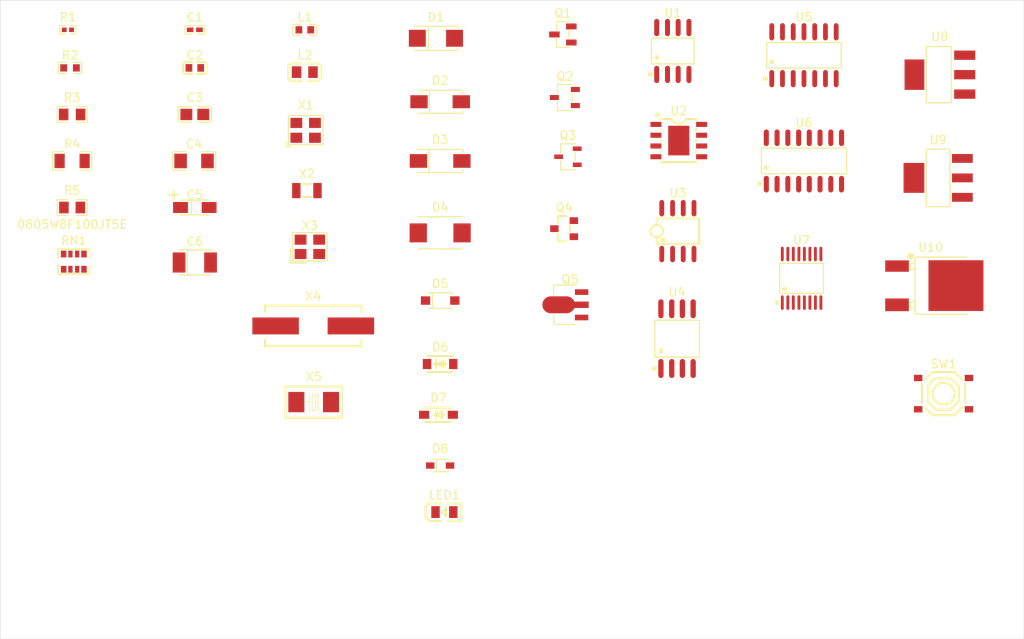
<source format=kicad_pcb>
(kicad_pcb (version 20241229) (generator "pcbnew") (generator_version "9.0")
  (layers (0 "F.Cu" signal) (2 "B.Cu" signal) (13 "F.Paste" user) (15 "B.Paste" user) (5 "F.SilkS" user "F.Silkscreen") (7 "B.SilkS" user "B.Silkscreen") (1 "F.Mask" user) (3 "B.Mask" user) (25 "Edge.Cuts" user))
  (net 0 "")
  (footprint "jlcbasic:FC-135R_L3.2-W1.5" (layer "F.Cu") (at 142.25 90.5)
    (property "Reference" "X2" (at 0 -2 0) (layer "F.SilkS"))
    (property "Value" "Q13FC1350000400")
    (pad "1" smd rect (at -1.25 0 90) (size 1.8 1) (layers "F.Cu" "F.Mask" "F.Paste"))
    (pad "2" smd rect (at 1.25 0 90) (size 1.8 1) (layers "F.Cu" "F.Mask" "F.Paste"))
  )
  (footprint "jlcbasic:C1206" (layer "F.Cu") (at 128.91 87)
    (property "Reference" "C4" (at 0 -2 0) (layer "F.SilkS"))
    (property "Value" "1206B102K202NT")
    (pad "1" smd rect (at -1.59 0) (size 1.49 1.73) (layers "F.Cu" "F.Mask" "F.Paste"))
    (pad "2" smd rect (at 1.59 0) (size 1.49 1.73) (layers "F.Cu" "F.Mask" "F.Paste"))
  )
  (footprint "jlcbasic:SMB_L4.6-W3.6-LS5.3-BI" (layer "F.Cu") (at 158 95.5)
    (property "Reference" "D4" (at 0 -3 0) (layer "F.SilkS"))
    (property "Value" "P6SMB6.8CA-C78395")
    (pad "1" smd rect (at -2.59 0) (size 2.05 2.24) (layers "F.Cu" "F.Mask" "F.Paste"))
    (pad "2" smd rect (at 2.59 0) (size 2.05 2.24) (layers "F.Cu" "F.Mask" "F.Paste"))
  )
  (footprint "jlcbasic:SOD-323_L1.8-W1.3-LS2.5-RD" (layer "F.Cu") (at 158 123)
    (property "Reference" "D8" (at 0 -2 0) (layer "F.SilkS"))
    (property "Value" "1N4148WS T4")
    (pad "1" smd rect (at -1.17 0) (size 1 0.75) (layers "F.Cu" "F.Mask" "F.Paste"))
    (pad "2" smd rect (at 1.17 0) (size 1 0.75) (layers "F.Cu" "F.Mask" "F.Paste"))
  )
  (footprint "jlcbasic:SMA_L4.3-W2.6-LS5.2-RD" (layer "F.Cu") (at 157.5 72.5)
    (property "Reference" "D1" (at 0 -2.5 0) (layer "F.SilkS"))
    (property "Value" "SS34_C8678")
    (pad "1" smd rect (at -2.2 0 180) (size 2 2) (layers "F.Cu" "F.Mask" "F.Paste"))
    (pad "2" smd rect (at 2.2 0 180) (size 2 2) (layers "F.Cu" "F.Mask" "F.Paste"))
  )
  (footprint "jlcbasic:CRYSTAL-SMD_L11.5-W4.8-LS12.7" (layer "F.Cu") (at 143 106.5)
    (property "Reference" "X4" (at 0 -3.5 0) (layer "F.SilkS"))
    (property "Value" "X49SM8MSD2SC")
    (pad "1" smd rect (at -4.45 0) (size 5.5 2) (layers "F.Cu" "F.Mask" "F.Paste"))
    (pad "2" smd rect (at 4.45 0) (size 5.5 2) (layers "F.Cu" "F.Mask" "F.Paste"))
  )
  (footprint "jlcbasic:L0603" (layer "F.Cu") (at 142 71.5)
    (property "Reference" "L1" (at 0 -1.5 0) (layer "F.SilkS"))
    (property "Value" "GZ1608D601TF")
    (pad "1" smd rect (at -0.7 0 180) (size 0.8 0.86) (layers "F.Cu" "F.Mask" "F.Paste"))
    (pad "2" smd rect (at 0.7 0 180) (size 0.8 0.86) (layers "F.Cu" "F.Mask" "F.Paste"))
  )
  (footprint "jlcbasic:C0805" (layer "F.Cu") (at 129 81.5)
    (property "Reference" "C3" (at 0 -2 0) (layer "F.SilkS"))
    (property "Value" "0805B333K500NT")
    (pad "1" smd rect (at -1 0) (size 1.41 1.35) (layers "F.Cu" "F.Mask" "F.Paste"))
    (pad "2" smd rect (at 1 0) (size 1.41 1.35) (layers "F.Cu" "F.Mask" "F.Paste"))
  )
  (footprint "jlcbasic:CRYSTAL-SMD_4P-L3.2-W2.5-BL" (layer "F.Cu") (at 142.6 97.15)
    (property "Reference" "X3" (at 0 -2.5 0) (layer "F.SilkS"))
    (property "Value" "X322512MSB4SI")
    (pad "1" smd rect (at -1.1 0.85) (size 1.4 1.2) (layers "F.Cu" "F.Mask" "F.Paste"))
    (pad "2" smd rect (at 1.1 0.85) (size 1.4 1.2) (layers "F.Cu" "F.Mask" "F.Paste"))
    (pad "3" smd rect (at 1.1 -0.85) (size 1.4 1.2) (layers "F.Cu" "F.Mask" "F.Paste"))
    (pad "4" smd rect (at -1.1 -0.85) (size 1.4 1.2) (layers "F.Cu" "F.Mask" "F.Paste"))
  )
  (footprint "jlcbasic:SOD-123F_L2.8-W1.8-LS3.7-RD" (layer "F.Cu") (at 158 111)
    (property "Reference" "D6" (at 0 -2 0) (layer "F.SilkS"))
    (property "Value" "SM4007PL")
    (pad "1" smd rect (at -1.55 0) (size 1 1.2) (layers "F.Cu" "F.Mask" "F.Paste"))
    (pad "2" smd rect (at 1.55 0) (size 1 1.2) (layers "F.Cu" "F.Mask" "F.Paste"))
  )
  (footprint "jlcbasic:SOIC-8_L5.3-W5.3-P1.27-LS8.0-BL" (layer "F.Cu") (at 186 108)
    (property "Reference" "U4" (at 0 -5.5 0) (layer "F.SilkS"))
    (property "Value" "W25Q128JVSIQTR")
    (pad "1" smd oval (at -1.91 3.53) (size 0.63 2.25) (layers "F.Cu" "F.Mask" "F.Paste"))
    (pad "2" smd oval (at -0.63 3.53) (size 0.63 2.25) (layers "F.Cu" "F.Mask" "F.Paste"))
    (pad "3" smd oval (at 0.63 3.53) (size 0.63 2.25) (layers "F.Cu" "F.Mask" "F.Paste"))
    (pad "4" smd oval (at 1.9 3.53) (size 0.63 2.25) (layers "F.Cu" "F.Mask" "F.Paste"))
    (pad "5" smd oval (at 1.9 -3.53) (size 0.63 2.25) (layers "F.Cu" "F.Mask" "F.Paste"))
    (pad "6" smd oval (at 0.63 -3.53) (size 0.63 2.25) (layers "F.Cu" "F.Mask" "F.Paste"))
    (pad "7" smd oval (at -0.63 -3.53) (size 0.63 2.25) (layers "F.Cu" "F.Mask" "F.Paste"))
    (pad "8" smd oval (at -1.91 -3.53) (size 0.63 2.25) (layers "F.Cu" "F.Mask" "F.Paste"))
  )
  (footprint "jlcbasic:CRYSTAL-SMD_L5.0-W3.2" (layer "F.Cu") (at 143.05 115.5)
    (property "Reference" "X5" (at 0 -3 0) (layer "F.SilkS"))
    (property "Value" "X50328MSB2GI")
    (pad "1" smd rect (at -2.05 0) (size 1.9 2.4) (layers "F.Cu" "F.Mask" "F.Paste"))
    (pad "2" smd rect (at 2.05 0) (size 1.9 2.4) (layers "F.Cu" "F.Mask" "F.Paste"))
  )
  (footprint "jlcbasic:SOIC-8_L4.9-W3.9-P1.27-LS6.0-BL" (layer "F.Cu") (at 185.5 74)
    (property "Reference" "U1" (at 0 -4.5 0) (layer "F.SilkS"))
    (property "Value" "OP07CDR")
    (pad "1" smd oval (at -1.91 2.77) (size 0.59 2.05) (layers "F.Cu" "F.Mask" "F.Paste"))
    (pad "2" smd oval (at -0.63 2.77) (size 0.59 2.05) (layers "F.Cu" "F.Mask" "F.Paste"))
    (pad "3" smd oval (at 0.63 2.77) (size 0.59 2.05) (layers "F.Cu" "F.Mask" "F.Paste"))
    (pad "4" smd oval (at 1.9 2.77) (size 0.59 2.05) (layers "F.Cu" "F.Mask" "F.Paste"))
    (pad "5" smd oval (at 1.9 -2.77) (size 0.59 2.05) (layers "F.Cu" "F.Mask" "F.Paste"))
    (pad "6" smd oval (at 0.63 -2.77) (size 0.59 2.05) (layers "F.Cu" "F.Mask" "F.Paste"))
    (pad "7" smd oval (at -0.63 -2.77) (size 0.59 2.05) (layers "F.Cu" "F.Mask" "F.Paste"))
    (pad "8" smd oval (at -1.91 -2.77) (size 0.59 2.05) (layers "F.Cu" "F.Mask" "F.Paste"))
  )
  (footprint "jlcbasic:R0805" (layer "F.Cu") (at 114.5 81.5)
    (property "Reference" "R3" (at 0 -2 0) (layer "F.SilkS"))
    (property "Value" "0805W8F0000T5E")
    (pad "1" smd rect (at -1 0) (size 1.13 1.38) (layers "F.Cu" "F.Mask" "F.Paste"))
    (pad "2" smd rect (at 1 0) (size 1.13 1.38) (layers "F.Cu" "F.Mask" "F.Paste"))
  )
  (footprint "jlcbasic:R0603" (layer "F.Cu") (at 114.25 76)
    (property "Reference" "R2" (at 0 -1.5 0) (layer "F.SilkS"))
    (property "Value" "0603WAF0000T5E")
    (pad "1" smd rect (at -0.75 0) (size 0.81 0.86) (layers "F.Cu" "F.Mask" "F.Paste"))
    (pad "2" smd rect (at 0.75 0) (size 0.81 0.86) (layers "F.Cu" "F.Mask" "F.Paste"))
  )
  (footprint "jlcbasic:SOT-23_L2.9-W1.3-P1.90-LS2.4-BR" (layer "F.Cu") (at 172.65 95)
    (property "Reference" "Q4" (at 0 -2.5 0) (layer "F.SilkS"))
    (property "Value" "AO3401A")
    (pad "1" smd rect (at 1.15 0.95 180) (size 1 0.8) (layers "F.Cu" "F.Mask" "F.Paste"))
    (pad "2" smd rect (at 1.15 -0.95 180) (size 1 0.8) (layers "F.Cu" "F.Mask" "F.Paste"))
    (pad "3" smd rect (at -1.15 0 180) (size 1 0.8) (layers "F.Cu" "F.Mask" "F.Paste"))
  )
  (footprint "jlcbasic:SOD-123F_L2.7-W1.6-LS3.8-RD" (layer "F.Cu") (at 158 103.5)
    (property "Reference" "D5" (at 0 -2 0) (layer "F.SilkS"))
    (property "Value" "1N4148W_C81598")
    (pad "1" smd rect (at -1.73 0) (size 1.1 1) (layers "F.Cu" "F.Mask" "F.Paste"))
    (pad "2" smd rect (at 1.73 0) (size 1.1 1) (layers "F.Cu" "F.Mask" "F.Paste"))
  )
  (footprint "jlcbasic:SOT-23-3_L3.0-W1.7-P0.95-LS2.9-BR" (layer "F.Cu") (at 173.1 86.5)
    (property "Reference" "Q3" (at 0 -2.5 0) (layer "F.SilkS"))
    (property "Value" "SI2301CDS-T1-GE3")
    (pad "1" smd rect (at 1.1 0.95) (size 1.04 0.53) (layers "F.Cu" "F.Mask" "F.Paste"))
    (pad "2" smd rect (at 1.1 -0.95) (size 1.04 0.53) (layers "F.Cu" "F.Mask" "F.Paste"))
    (pad "3" smd rect (at -1.1 0) (size 1.04 0.53) (layers "F.Cu" "F.Mask" "F.Paste"))
  )
  (footprint "jlcbasic:R0805_NEW" (layer "F.Cu") (at 114.5 92.5)
    (property "Reference" "R5" (at 0 -2 0) (layer "F.SilkS"))
    (property "Value" "0805W8F100JT5E" (at 0 2 0) (layer "F.SilkS"))
    (pad "1" smd rect (at -0.97 0) (size 1.13 1.38) (layers "F.Cu" "F.Mask" "F.Paste"))
    (pad "2" smd rect (at 0.97 0) (size 1.13 1.38) (layers "F.Cu" "F.Mask" "F.Paste"))
  )
  (footprint "jlcbasic:SW-SMD_4P-L5.1-W5.1-P3.70-LS6.5-TL_H1.5" (layer "F.Cu") (at 217.5 114.5)
    (property "Reference" "SW1" (at 0 -3.5 0) (layer "F.SilkS"))
    (property "Value" "TS-1187A-B-A-B")
    (pad "1" smd rect (at -3 -1.85) (size 1 0.75) (layers "F.Cu" "F.Mask" "F.Paste"))
    (pad "2" smd rect (at 3 -1.85) (size 1 0.75) (layers "F.Cu" "F.Mask" "F.Paste"))
    (pad "3" smd rect (at -3 1.85) (size 1 0.75) (layers "F.Cu" "F.Mask" "F.Paste"))
    (pad "4" smd rect (at 3 1.85) (size 1 0.75) (layers "F.Cu" "F.Mask" "F.Paste"))
  )
  (footprint "jlcbasic:SMA_L4.4-W2.8-LS5.4-R-RD" (layer "F.Cu") (at 158 80)
    (property "Reference" "D2" (at 0 -2.5 0) (layer "F.SilkS"))
    (property "Value" "SS54_C22452")
    (pad "1" smd rect (at 2.5 0) (size 2.06 1.54) (layers "F.Cu" "F.Mask" "F.Paste"))
    (pad "2" smd rect (at -2.5 0) (size 2.06 1.54) (layers "F.Cu" "F.Mask" "F.Paste"))
  )
  (footprint "jlcbasic:SOIC-14_L8.7-W3.9-P1.27-LS6.0-BL" (layer "F.Cu") (at 201 74.5)
    (property "Reference" "U5" (at 0 -4.5 0) (layer "F.SilkS"))
    (property "Value" "LM324DT")
    (pad "1" smd oval (at -3.81 2.77) (size 0.57 2.04) (layers "F.Cu" "F.Mask" "F.Paste"))
    (pad "2" smd oval (at -2.54 2.77) (size 0.57 2.04) (layers "F.Cu" "F.Mask" "F.Paste"))
    (pad "3" smd oval (at -1.27 2.77) (size 0.57 2.04) (layers "F.Cu" "F.Mask" "F.Paste"))
    (pad "4" smd oval (at 0 2.77) (size 0.57 2.04) (layers "F.Cu" "F.Mask" "F.Paste"))
    (pad "5" smd oval (at 1.27 2.77) (size 0.57 2.04) (layers "F.Cu" "F.Mask" "F.Paste"))
    (pad "6" smd oval (at 2.54 2.77) (size 0.57 2.04) (layers "F.Cu" "F.Mask" "F.Paste"))
    (pad "7" smd oval (at 3.81 2.77) (size 0.57 2.04) (layers "F.Cu" "F.Mask" "F.Paste"))
    (pad "8" smd oval (at 3.81 -2.77) (size 0.57 2.04) (layers "F.Cu" "F.Mask" "F.Paste"))
    (pad "9" smd oval (at 2.54 -2.77) (size 0.57 2.04) (layers "F.Cu" "F.Mask" "F.Paste"))
    (pad "10" smd oval (at 1.27 -2.77) (size 0.57 2.04) (layers "F.Cu" "F.Mask" "F.Paste"))
    (pad "11" smd oval (at 0 -2.77) (size 0.57 2.04) (layers "F.Cu" "F.Mask" "F.Paste"))
    (pad "12" smd oval (at -1.27 -2.77) (size 0.57 2.04) (layers "F.Cu" "F.Mask" "F.Paste"))
    (pad "13" smd oval (at -2.54 -2.77) (size 0.57 2.04) (layers "F.Cu" "F.Mask" "F.Paste"))
    (pad "14" smd oval (at -3.81 -2.77) (size 0.57 2.04) (layers "F.Cu" "F.Mask" "F.Paste"))
  )
  (footprint "jlcbasic:TSSOP-16_L5.0-W4.4-P0.65-LS6.4-BL" (layer "F.Cu") (at 200.72 100.87)
    (property "Reference" "U7" (at 0 -4.5 0) (layer "F.SilkS"))
    (property "Value" "SP3232EEY-L/TR")
    (pad "1" smd oval (at -2.28 2.87) (size 0.34 1.73) (layers "F.Cu" "F.Mask" "F.Paste"))
    (pad "2" smd oval (at -1.63 2.87) (size 0.34 1.73) (layers "F.Cu" "F.Mask" "F.Paste"))
    (pad "3" smd oval (at -0.98 2.87) (size 0.34 1.73) (layers "F.Cu" "F.Mask" "F.Paste"))
    (pad "4" smd oval (at -0.32 2.87) (size 0.34 1.73) (layers "F.Cu" "F.Mask" "F.Paste"))
    (pad "5" smd oval (at 0.33 2.87) (size 0.34 1.73) (layers "F.Cu" "F.Mask" "F.Paste"))
    (pad "6" smd oval (at 0.98 2.87) (size 0.34 1.73) (layers "F.Cu" "F.Mask" "F.Paste"))
    (pad "7" smd oval (at 1.63 2.87) (size 0.34 1.73) (layers "F.Cu" "F.Mask" "F.Paste"))
    (pad "8" smd oval (at 2.28 2.87) (size 0.34 1.73) (layers "F.Cu" "F.Mask" "F.Paste"))
    (pad "9" smd oval (at 2.28 -2.87) (size 0.34 1.73) (layers "F.Cu" "F.Mask" "F.Paste"))
    (pad "10" smd oval (at 1.63 -2.87) (size 0.34 1.73) (layers "F.Cu" "F.Mask" "F.Paste"))
    (pad "11" smd oval (at 0.98 -2.87) (size 0.34 1.73) (layers "F.Cu" "F.Mask" "F.Paste"))
    (pad "12" smd oval (at 0.33 -2.87) (size 0.34 1.73) (layers "F.Cu" "F.Mask" "F.Paste"))
    (pad "13" smd oval (at -0.32 -2.87) (size 0.34 1.73) (layers "F.Cu" "F.Mask" "F.Paste"))
    (pad "14" smd oval (at -0.98 -2.87) (size 0.34 1.73) (layers "F.Cu" "F.Mask" "F.Paste"))
    (pad "15" smd oval (at -1.63 -2.87) (size 0.34 1.73) (layers "F.Cu" "F.Mask" "F.Paste"))
    (pad "16" smd oval (at -2.28 -2.87) (size 0.34 1.73) (layers "F.Cu" "F.Mask" "F.Paste"))
  )
  (footprint "jlcbasic:C0603" (layer "F.Cu") (at 129 76)
    (property "Reference" "C2" (at 0 -1.5 0) (layer "F.SilkS"))
    (property "Value" "0603B103K500NT")
    (pad "1" smd rect (at -0.7 0) (size 0.8 0.9) (layers "F.Cu" "F.Mask" "F.Paste"))
    (pad "2" smd rect (at 0.7 0) (size 0.8 0.9) (layers "F.Cu" "F.Mask" "F.Paste"))
  )
  (footprint "jlcbasic:SOT-223_L6.5-W3.5-P2.30-LS7.0-BR" (layer "F.Cu") (at 216.86 89)
    (property "Reference" "U9" (at 0 -4.5 0) (layer "F.SilkS"))
    (property "Value" "AMS1117-5.0")
    (pad "1" smd rect (at 2.86 2.3) (size 2.46 1.05) (layers "F.Cu" "F.Mask" "F.Paste"))
    (pad "2" smd rect (at 2.86 0) (size 2.46 1.05) (layers "F.Cu" "F.Mask" "F.Paste"))
    (pad "3" smd rect (at 2.86 -2.3) (size 2.46 1.05) (layers "F.Cu" "F.Mask" "F.Paste"))
    (pad "4" smd rect (at -2.86 0) (size 2.46 3.54) (layers "F.Cu" "F.Mask" "F.Paste"))
  )
  (footprint "jlcbasic:SOT-89-3_L4.5-W2.5-P1.50-LS4.2-BR" (layer "F.Cu") (at 173.36 104)
    (property "Reference" "Q5" (at 0 -3 0) (layer "F.SilkS"))
    (property "Value" "D882_C9634")
    (pad "1" smd rect (at 1.36 1.5) (size 1.58 0.67) (layers "F.Cu" "F.Mask" "F.Paste"))
    (pad "2" smd custom (at -1.36 0) (size 0.01 0.01) (layers "F.Cu" "F.Mask" "F.Paste") (options (clearance outline) (anchor circle)) (primitives (gr_poly (pts (xy -0.92 -0.95) (xy 0.93 -0.95) (xy 0.98 -0.95) (xy 1.02 -0.95) (xy 1.07 -0.94) (xy 1.11 -0.93) (xy 1.16 -0.92) (xy 1.2 -0.91) (xy 1.24 -0.9) (xy 1.28 -0.88) (xy 1.32 -0.87) (xy 1.36 -0.85) (xy 1.4 -0.83) (xy 1.44 -0.8) (xy 1.48 -0.78) (xy 1.51 -0.75) (xy 1.55 -0.72) (xy 1.58 -0.69) (xy 1.61 -0.66) (xy 1.64 -0.63) (xy 1.67 -0.6) (xy 1.7 -0.56) (xy 1.73 -0.53) (xy 1.75 -0.49) (xy 1.77 -0.45) (xy 1.79 -0.41) (xy 1.81 -0.33) (xy 3.51 -0.33) (xy 3.51 0.33) (xy 1.81 0.33) (xy 1.79 0.41) (xy 1.77 0.45) (xy 1.75 0.49) (xy 1.73 0.53) (xy 1.7 0.56) (xy 1.67 0.6) (xy 1.64 0.63) (xy 1.61 0.66) (xy 1.58 0.7) (xy 1.55 0.72) (xy 1.51 0.75) (xy 1.48 0.78) (xy 1.44 0.8) (xy 1.4 0.83) (xy 1.36 0.85) (xy 1.32 0.87) (xy 1.28 0.88) (xy 1.24 0.9) (xy 1.2 0.91) (xy 1.16 0.92) (xy 1.11 0.93) (xy 1.07 0.94) (xy 1.02 0.95) (xy 0.98 0.95) (xy 0.93 0.95) (xy -0.92 0.95) (xy -0.96 0.95) (xy -1.01 0.95) (xy -1.05 0.94) (xy -1.1 0.93) (xy -1.14 0.92) (xy -1.18 0.91) (xy -1.23 0.9) (xy -1.27 0.88) (xy -1.31 0.87) (xy -1.35 0.85) (xy -1.39 0.83) (xy -1.43 0.8) (xy -1.46 0.78) (xy -1.5 0.75) (xy -1.53 0.72) (xy -1.57 0.7) (xy -1.6 0.66) (xy -1.63 0.63) (xy -1.66 0.6) (xy -1.69 0.56) (xy -1.71 0.53) (xy -1.73 0.49) (xy -1.76 0.45) (xy -1.78 0.41) (xy -1.8 0.37) (xy -1.81 0.33) (xy -1.83 0.29) (xy -1.84 0.24) (xy -1.85 0.2) (xy -1.86 0.16) (xy -1.86 0.11) (xy -1.87 0.07) (xy -1.87 0.02) (xy -1.87 -0.02) (xy -1.87 -0.07) (xy -1.86 -0.11) (xy -1.86 -0.15) (xy -1.85 -0.2) (xy -1.84 -0.24) (xy -1.83 -0.28) (xy -1.81 -0.33) (xy -1.8 -0.37) (xy -1.78 -0.41) (xy -1.76 -0.45) (xy -1.73 -0.49) (xy -1.71 -0.53) (xy -1.69 -0.56) (xy -1.66 -0.6) (xy -1.63 -0.63) (xy -1.6 -0.66) (xy -1.57 -0.69) (xy -1.53 -0.72) (xy -1.5 -0.75) (xy -1.46 -0.78) (xy -1.43 -0.8) (xy -1.39 -0.83) (xy -1.35 -0.85) (xy -1.31 -0.87) (xy -1.27 -0.88) (xy -1.23 -0.9) (xy -1.18 -0.91) (xy -1.14 -0.92) (xy -1.1 -0.93) (xy -1.05 -0.94) (xy -1.01 -0.95) (xy -0.96 -0.95) (xy -0.92 -0.95)) (width 0.1) (fill yes))))
    (pad "3" smd rect (at 1.36 -1.5) (size 1.58 0.67) (layers "F.Cu" "F.Mask" "F.Paste"))
  )
  (footprint "jlcbasic:SOT-23-3_L2.9-W1.3-P1.90-LS2.4-BR" (layer "F.Cu") (at 172.5 72.05)
    (property "Reference" "Q1" (at 0 -2.5 0) (layer "F.SilkS"))
    (property "Value" "MMBT5551_C2145")
    (pad "1" smd rect (at 1 0.95) (size 1.25 0.7) (layers "F.Cu" "F.Mask" "F.Paste"))
    (pad "2" smd rect (at 1 -0.95) (size 1.25 0.7) (layers "F.Cu" "F.Mask" "F.Paste"))
    (pad "3" smd rect (at -1 0) (size 1.25 0.7) (layers "F.Cu" "F.Mask" "F.Paste"))
  )
  (footprint "jlcbasic:SOIC-8_L5.0-W4.0-P1.27-LS6.0-BL" (layer "F.Cu") (at 186.1 95.29)
    (property "Reference" "U3" (at 0 -4.5 0) (layer "F.SilkS"))
    (property "Value" "SP485EEN-L/TR")
    (pad "1" smd oval (at -1.91 2.71) (size 0.57 1.95) (layers "F.Cu" "F.Mask" "F.Paste"))
    (pad "2" smd oval (at -0.63 2.71) (size 0.57 1.95) (layers "F.Cu" "F.Mask" "F.Paste"))
    (pad "3" smd oval (at 0.63 2.71) (size 0.57 1.95) (layers "F.Cu" "F.Mask" "F.Paste"))
    (pad "4" smd oval (at 1.9 2.71) (size 0.57 1.95) (layers "F.Cu" "F.Mask" "F.Paste"))
    (pad "5" smd oval (at 1.9 -2.71) (size 0.57 1.95) (layers "F.Cu" "F.Mask" "F.Paste"))
    (pad "6" smd oval (at 0.63 -2.71) (size 0.57 1.95) (layers "F.Cu" "F.Mask" "F.Paste"))
    (pad "7" smd oval (at -0.63 -2.71) (size 0.57 1.95) (layers "F.Cu" "F.Mask" "F.Paste"))
    (pad "8" smd oval (at -1.91 -2.71) (size 0.57 1.95) (layers "F.Cu" "F.Mask" "F.Paste"))
  )
  (footprint "jlcbasic:R0402" (layer "F.Cu") (at 114 71.5)
    (property "Reference" "R1" (at 0 -1.5 0) (layer "F.SilkS"))
    (property "Value" "0402WGF0000TCE")
    (pad "1" smd rect (at -0.43 0) (size 0.57 0.54) (layers "F.Cu" "F.Mask" "F.Paste"))
    (pad "2" smd rect (at 0.43 0) (size 0.57 0.54) (layers "F.Cu" "F.Mask" "F.Paste"))
  )
  (footprint "jlcbasic:SMA_L4.4-W2.8-LS5.4-RD" (layer "F.Cu") (at 158 87)
    (property "Reference" "D3" (at 0 -2.5 0) (layer "F.SilkS"))
    (property "Value" "US1MG_C412437")
    (pad "1" smd rect (at -2.57 0) (size 2.05 1.62) (layers "F.Cu" "F.Mask" "F.Paste"))
    (pad "2" smd rect (at 2.57 0) (size 2.05 1.62) (layers "F.Cu" "F.Mask" "F.Paste"))
  )
  (footprint "jlcbasic:SOT-23-3_L2.9-W1.6-P1.90-LS2.8-BR" (layer "F.Cu") (at 172.74 79.5)
    (property "Reference" "Q2" (at 0 -2.5 0) (layer "F.SilkS"))
    (property "Value" "S8550_C105432")
    (pad "1" smd rect (at 1.24 0.95) (size 1.07 0.6) (layers "F.Cu" "F.Mask" "F.Paste"))
    (pad "2" smd rect (at 1.24 -0.95) (size 1.07 0.6) (layers "F.Cu" "F.Mask" "F.Paste"))
    (pad "3" smd rect (at -1.24 0) (size 1.07 0.6) (layers "F.Cu" "F.Mask" "F.Paste"))
  )
  (footprint "jlcbasic:CAP-SMD_L3.2-W1.6-RD-C7171" (layer "F.Cu") (at 129 92.5)
    (property "Reference" "C5" (at 0 -1.5 0) (layer "F.SilkS"))
    (property "Value" "TAJA106K016RNJ")
    (pad "1" smd rect (at -1.69 0 180) (size 1.76 1.3) (layers "F.Cu" "F.Mask" "F.Paste"))
    (pad "2" smd rect (at 1.69 0 180) (size 1.76 1.3) (layers "F.Cu" "F.Mask" "F.Paste"))
  )
  (footprint "jlcbasic:TO-252-2_L6.5-W6.1-P4.58-LS10.0-TL" (layer "F.Cu") (at 215.48 101.7125)
    (property "Reference" "U10" (at 0.5 -4.5 0) (layer "F.SilkS"))
    (property "Value" "L78M05ABDT-TR")
    (pad "1" smd rect (at -3.48 -2.29) (size 2.8 1.35) (layers "F.Cu" "F.Mask" "F.Paste"))
    (pad "3" smd rect (at -3.48 2.29) (size 2.8 1.5) (layers "F.Cu" "F.Mask" "F.Paste"))
    (pad "4" smd rect (at 3.48 0.02) (size 6.5 6) (layers "F.Cu" "F.Mask" "F.Paste"))
  )
  (footprint "jlcbasic:R1206" (layer "F.Cu") (at 114.5 87)
    (property "Reference" "R4" (at 0 -2 0) (layer "F.SilkS"))
    (property "Value" "1206W4F0000T5E")
    (pad "1" smd rect (at -1.48 0) (size 1.21 1.7) (layers "F.Cu" "F.Mask" "F.Paste"))
    (pad "2" smd rect (at 1.48 0) (size 1.21 1.7) (layers "F.Cu" "F.Mask" "F.Paste"))
  )
  (footprint "jlcbasic:RES-ARRAY-SMD_0603-8P-L3.2-W1.6-BL" (layer "F.Cu") (at 114.7 98.9)
    (property "Reference" "RN1" (at 0 -2.5 0) (layer "F.SilkS"))
    (property "Value" "4D03WGJ0102T5E")
    (pad "1" smd rect (at -1.2 0.9) (size 0.65 0.8) (layers "F.Cu" "F.Mask" "F.Paste"))
    (pad "2" smd rect (at -0.4 0.9) (size 0.5 0.8) (layers "F.Cu" "F.Mask" "F.Paste"))
    (pad "3" smd rect (at 0.4 0.9) (size 0.5 0.8) (layers "F.Cu" "F.Mask" "F.Paste"))
    (pad "4" smd rect (at 1.2 0.9) (size 0.65 0.8) (layers "F.Cu" "F.Mask" "F.Paste"))
    (pad "5" smd rect (at 1.2 -0.9) (size 0.65 0.8) (layers "F.Cu" "F.Mask" "F.Paste"))
    (pad "6" smd rect (at 0.4 -0.9) (size 0.5 0.8) (layers "F.Cu" "F.Mask" "F.Paste"))
    (pad "7" smd rect (at -0.4 -0.9) (size 0.5 0.8) (layers "F.Cu" "F.Mask" "F.Paste"))
    (pad "8" smd rect (at -1.2 -0.9) (size 0.65 0.8) (layers "F.Cu" "F.Mask" "F.Paste"))
  )
  (footprint "jlcbasic:LED0805-R-RD" (layer "F.Cu") (at 158.5 128.5)
    (property "Reference" "LED1" (at 0 -2 0) (layer "F.SilkS"))
    (property "Value" "whiteLEDSMD")
    (pad "1" smd rect (at 1.05 0 180) (size 1 1.4) (layers "F.Cu" "F.Mask" "F.Paste"))
    (pad "2" smd rect (at -1.05 0 180) (size 1 1.4) (layers "F.Cu" "F.Mask" "F.Paste"))
  )
  (footprint "jlcbasic:OSC-SMD_4P-L3.2-W2.5-BL" (layer "F.Cu") (at 142.1 83.38)
    (property "Reference" "X1" (at 0.02 -3 0) (layer "F.SilkS"))
    (property "Value" "X322516MLB4SI")
    (pad "1" smd rect (at -1.1 0.88) (size 1.4 1.2) (layers "F.Cu" "F.Mask" "F.Paste"))
    (pad "2" smd rect (at 1.1 0.88) (size 1.4 1.2) (layers "F.Cu" "F.Mask" "F.Paste"))
    (pad "3" smd rect (at 1.1 -0.88) (size 1.4 1.2) (layers "F.Cu" "F.Mask" "F.Paste"))
    (pad "4" smd rect (at -1.1 -0.88) (size 1.4 1.2) (layers "F.Cu" "F.Mask" "F.Paste"))
  )
  (footprint "jlcbasic:SOIC-16_L9.9-W3.9-P1.27-LS6.0-BL" (layer "F.Cu") (at 201 87)
    (property "Reference" "U6" (at 0 -4.5 0) (layer "F.SilkS"))
    (property "Value" "74HC595D,118")
    (pad "1" smd oval (at -4.45 2.74) (size 0.6 1.97) (layers "F.Cu" "F.Mask" "F.Paste"))
    (pad "2" smd oval (at -3.18 2.74) (size 0.6 1.97) (layers "F.Cu" "F.Mask" "F.Paste"))
    (pad "3" smd oval (at -1.91 2.74) (size 0.6 1.97) (layers "F.Cu" "F.Mask" "F.Paste"))
    (pad "4" smd oval (at -0.63 2.74) (size 0.6 1.97) (layers "F.Cu" "F.Mask" "F.Paste"))
    (pad "5" smd oval (at 0.63 2.74) (size 0.6 1.97) (layers "F.Cu" "F.Mask" "F.Paste"))
    (pad "6" smd oval (at 1.9 2.74) (size 0.6 1.97) (layers "F.Cu" "F.Mask" "F.Paste"))
    (pad "7" smd oval (at 3.17 2.74) (size 0.6 1.97) (layers "F.Cu" "F.Mask" "F.Paste"))
    (pad "8" smd oval (at 4.44 2.74) (size 0.6 1.97) (layers "F.Cu" "F.Mask" "F.Paste"))
    (pad "9" smd oval (at 4.44 -2.74) (size 0.6 1.97) (layers "F.Cu" "F.Mask" "F.Paste"))
    (pad "10" smd oval (at 3.17 -2.74) (size 0.6 1.97) (layers "F.Cu" "F.Mask" "F.Paste"))
    (pad "11" smd oval (at 1.9 -2.74) (size 0.6 1.97) (layers "F.Cu" "F.Mask" "F.Paste"))
    (pad "12" smd oval (at 0.63 -2.74) (size 0.6 1.97) (layers "F.Cu" "F.Mask" "F.Paste"))
    (pad "13" smd oval (at -0.63 -2.74) (size 0.6 1.97) (layers "F.Cu" "F.Mask" "F.Paste"))
    (pad "14" smd oval (at -1.91 -2.74) (size 0.6 1.97) (layers "F.Cu" "F.Mask" "F.Paste"))
    (pad "15" smd oval (at -3.18 -2.74) (size 0.6 1.97) (layers "F.Cu" "F.Mask" "F.Paste"))
    (pad "16" smd oval (at -4.45 -2.74) (size 0.6 1.97) (layers "F.Cu" "F.Mask" "F.Paste"))
  )
  (footprint "jlcbasic:C0402" (layer "F.Cu") (at 129 71.5)
    (property "Reference" "C1" (at 0 -1.5 0) (layer "F.SilkS"))
    (property "Value" "0402B102K500NT")
    (pad "1" smd rect (at -0.55 0) (size 0.79 0.54) (layers "F.Cu" "F.Mask" "F.Paste"))
    (pad "2" smd rect (at 0.55 0) (size 0.79 0.54) (layers "F.Cu" "F.Mask" "F.Paste"))
  )
  (footprint "jlcbasic:ESOP-8_L4.9-W3.9-P1.27-LS6.0-TL-EP" (layer "F.Cu") (at 186.2 84.59)
    (property "Reference" "U2" (at 0 -3.5 0) (layer "F.SilkS"))
    (property "Value" "TPS5430DDAR")
    (pad "1" smd rect (at -2.7 -1.91) (size 1.3 0.6) (layers "F.Cu" "F.Mask" "F.Paste"))
    (pad "2" smd rect (at -2.7 -0.63) (size 1.3 0.6) (layers "F.Cu" "F.Mask" "F.Paste"))
    (pad "3" smd rect (at -2.7 0.64) (size 1.3 0.6) (layers "F.Cu" "F.Mask" "F.Paste"))
    (pad "4" smd rect (at -2.7 1.91) (size 1.3 0.6) (layers "F.Cu" "F.Mask" "F.Paste"))
    (pad "5" smd rect (at 2.7 1.91) (size 1.3 0.6) (layers "F.Cu" "F.Mask" "F.Paste"))
    (pad "6" smd rect (at 2.7 0.64) (size 1.3 0.6) (layers "F.Cu" "F.Mask" "F.Paste"))
    (pad "7" smd rect (at 2.7 -0.63) (size 1.3 0.6) (layers "F.Cu" "F.Mask" "F.Paste"))
    (pad "8" smd rect (at 2.7 -1.91) (size 1.3 0.6) (layers "F.Cu" "F.Mask" "F.Paste"))
    (pad "9" smd rect (at 0 0) (size 2.5 3.5) (layers "F.Cu" "F.Mask" "F.Paste"))
  )
  (footprint "jlcbasic:SOT-223-3_L6.5-W3.4-P2.30-LS7.0-BR" (layer "F.Cu") (at 217.03 76.8)
    (property "Reference" "U8" (at 0 -4.5 0) (layer "F.SilkS"))
    (property "Value" "AMS1117-3.3")
    (pad "1" smd rect (at 2.97 2.3) (size 2.5 1.1) (layers "F.Cu" "F.Mask" "F.Paste"))
    (pad "2" smd rect (at 2.97 0) (size 2.5 1.1) (layers "F.Cu" "F.Mask" "F.Paste"))
    (pad "3" smd rect (at 2.97 -2.3) (size 2.5 1.1) (layers "F.Cu" "F.Mask" "F.Paste"))
    (pad "4" smd rect (at -2.97 0) (size 2.34 3.6) (layers "F.Cu" "F.Mask" "F.Paste"))
  )
  (footprint "jlcbasic:CASE-B_3528" (layer "F.Cu") (at 129 99)
    (property "Reference" "C6" (at 0 -2.5 0) (layer "F.SilkS"))
    (property "Value" "TAJB107K006RNJ")
    (pad "1" smd rect (at -1.86 0 180) (size 1.51 2.38) (layers "F.Cu" "F.Mask" "F.Paste"))
    (pad "2" smd rect (at 1.86 0 180) (size 1.51 2.38) (layers "F.Cu" "F.Mask" "F.Paste"))
  )
  (footprint "jlcbasic:L0805" (layer "F.Cu") (at 142 76.5)
    (property "Reference" "L2" (at 0 -2 0) (layer "F.SilkS"))
    (property "Value" "GZ2012D101TF")
    (pad "1" smd rect (at -0.97 0) (size 1.13 1.38) (layers "F.Cu" "F.Mask" "F.Paste"))
    (pad "2" smd rect (at 0.97 0) (size 1.13 1.38) (layers "F.Cu" "F.Mask" "F.Paste"))
  )
  (footprint "jlcbasic:SOD-123_L2.7-W1.6-LS3.7-RD-1" (layer "F.Cu") (at 157.8 117)
    (property "Reference" "D7" (at 0 -2 0) (layer "F.SilkS"))
    (property "Value" "B5819W_C8598")
    (pad "1" smd rect (at -1.7 0) (size 1.2 0.95) (layers "F.Cu" "F.Mask" "F.Paste"))
    (pad "2" smd rect (at 1.7 0) (size 1.2 0.95) (layers "F.Cu" "F.Mask" "F.Paste"))
  )
  (gr_rect (start 106 68) (end 227 143.5) (stroke (width 0.05)) (fill no) (layer "Edge.Cuts"))
)
</source>
